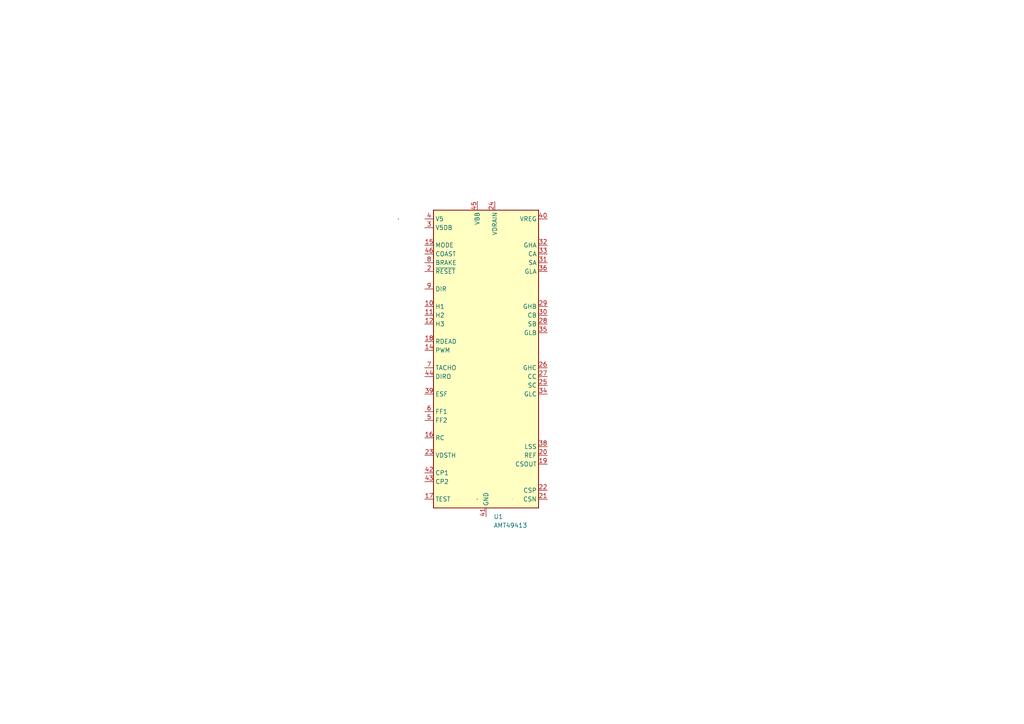
<source format=kicad_sch>
(kicad_sch (version 20231120) (generator "eeschema") (generator_version "8.0")
  (paper "A4")
  (lib_symbols
    (symbol "Driver_Motor:AMT49413"
      (property "Reference" "U" (at -13.97 44.45 0))
      (property "Value" "AMT49413" (at -10.16 -45.72 0))
      (symbol "AMT49413_0_1"
        (rectangle (start -25.4 40.64) (end -25.4 40.64) (stroke (width 0.254)))
        (rectangle (start -15.24 -43.18) (end 15.24 43.18) (stroke (width 0.254)) (fill (type background)))
        (rectangle (start -2.54 -40.64) (end -2.54 -40.64) (stroke (width 0.254)))
        (rectangle (start 7.62 -40.64) (end 7.62 -40.64))
      )
      (symbol "AMT49413_1_1"
        (pin no_connect line (at -5.08 -43.18 90) (length 2.54) hide (name "N.C.") (number "1"))
        (pin input line (at -17.78 15.24 0) (length 2.54) (name "H1") (number "10"))
        (pin input line (at -17.78 12.7 0) (length 2.54) (name "H2") (number "11"))
        (pin input line (at -17.78 10.16 0) (length 2.54) (name "H3") (number "12"))
        (pin no_connect line (at -2.54 -43.18 90) (length 2.54) hide (name "N.C.") (number "13"))
        (pin input line (at -17.78 2.54 0) (length 2.54) (name "PWM") (number "14"))
        (pin input line (at -17.78 33.02 0) (length 2.54) (name "MODE") (number "15"))
        (pin passive line (at -17.78 -22.86 0) (length 2.54) (name "RC") (number "16"))
        (pin input line (at -17.78 -40.64 0) (length 2.54) (name "TEST") (number "17"))
        (pin passive line (at -17.78 5.08 0) (length 2.54) (name "RDEAD") (number "18"))
        (pin input line (at 17.78 -30.48 180) (length 2.54) (name "CSOUT") (number "19"))
        (pin input line (at -17.78 25.4 0) (length 2.54) (name "~{RESET}") (number "2"))
        (pin input line (at 17.78 -27.94 180) (length 2.54) (name "REF") (number "20"))
        (pin input line (at 17.78 -40.64 180) (length 2.54) (name "CSN") (number "21"))
        (pin input line (at 17.78 -38.1 180) (length 2.54) (name "CSP") (number "22"))
        (pin input line (at -17.78 -27.94 0) (length 2.54) (name "VDSTH") (number "23"))
        (pin power_in line (at 2.54 45.72 270) (length 2.54) (name "VDRAIN") (number "24"))
        (pin input line (at 17.78 -7.62 180) (length 2.54) (name "SC") (number "25"))
        (pin output line (at 17.78 -2.54 180) (length 2.54) (name "GHC") (number "26"))
        (pin passive line (at 17.78 -5.08 180) (length 2.54) (name "CC") (number "27"))
        (pin input line (at 17.78 10.16 180) (length 2.54) (name "SB") (number "28"))
        (pin output line (at 17.78 15.24 180) (length 2.54) (name "GHB") (number "29"))
        (pin power_out line (at -17.78 38.1 0) (length 2.54) (name "V5DB") (number "3"))
        (pin passive line (at 17.78 12.7 180) (length 2.54) (name "CB") (number "30"))
        (pin input line (at 17.78 27.94 180) (length 2.54) (name "SA") (number "31"))
        (pin output line (at 17.78 33.02 180) (length 2.54) (name "GHA") (number "32"))
        (pin passive line (at 17.78 30.48 180) (length 2.54) (name "CA") (number "33"))
        (pin output line (at 17.78 -10.16 180) (length 2.54) (name "GLC") (number "34"))
        (pin output line (at 17.78 7.62 180) (length 2.54) (name "GLB") (number "35"))
        (pin output line (at 17.78 25.4 180) (length 2.54) (name "GLA") (number "36"))
        (pin no_connect line (at 5.08 -43.18 90) (length 2.54) hide (name "N.C.") (number "37"))
        (pin input line (at 17.78 -25.4 180) (length 2.54) (name "LSS") (number "38"))
        (pin input line (at -17.78 -10.16 0) (length 2.54) (name "ESF") (number "39"))
        (pin power_out line (at -17.78 40.64 0) (length 2.54) (name "V5") (number "4"))
        (pin power_out line (at 17.78 40.64 180) (length 2.54) (name "VREG") (number "40"))
        (pin power_in line (at 0 -45.72 90) (length 2.54) (name "GND") (number "41"))
        (pin passive line (at -17.78 -33.02 0) (length 2.54) (name "CP1") (number "42"))
        (pin passive line (at -17.78 -35.56 0) (length 2.54) (name "CP2") (number "43"))
        (pin output line (at -17.78 -5.08 0) (length 2.54) (name "DIRO") (number "44"))
        (pin power_in line (at -2.54 45.72 270) (length 2.54) (name "VBB") (number "45"))
        (pin input line (at -17.78 30.48 0) (length 2.54) (name "COAST") (number "46"))
        (pin no_connect line (at 7.62 -43.18 90) (length 2.54) hide (name "N.C.") (number "47"))
        (pin no_connect line (at -7.62 -43.18 90) (length 2.54) hide (name "N.C.") (number "48"))
        (pin passive line (at 0 -45.72 90) (length 2.54) hide (name "GND") (number "49"))
        (pin open_collector line (at -17.78 -17.78 0) (length 2.54) (name "FF2") (number "5"))
        (pin open_collector line (at -17.78 -15.24 0) (length 2.54) (name "FF1") (number "6"))
        (pin output line (at -17.78 -2.54 0) (length 2.54) (name "TACHO") (number "7"))
        (pin input line (at -17.78 27.94 0) (length 2.54) (name "BRAKE") (number "8"))
        (pin input line (at -17.78 20.32 0) (length 2.54) (name "DIR") (number "9"))
      )
    )
  )
  (symbol (lib_id "Driver_Motor:AMT49413") (at 140.97 104.14 0) (unit 1)
    (property "Reference" "U1" (at 143.1641 149.86 0) (effects (justify left)))
    (property "Value" "AMT49413" (at 143.1641 152.4 0) (effects (justify left)))
    (property "Footprint" "Package_DFN_QFN:QFN-48-1EP_7x7mm_P0.5mm_EP5.15x5.15mm_ThermalVias" (effects (hide yes)))
    (property "Datasheet" "https://www.allegromicro.com/-/media/Files/Datasheets/AMT49413-Datasheet.ashx" (effects (hide yes)))
    (property "Description" "3-Phase BLDC Controller and MOSFET Driver, QFN-48" (effects (hide yes)))
  )
)
</source>
